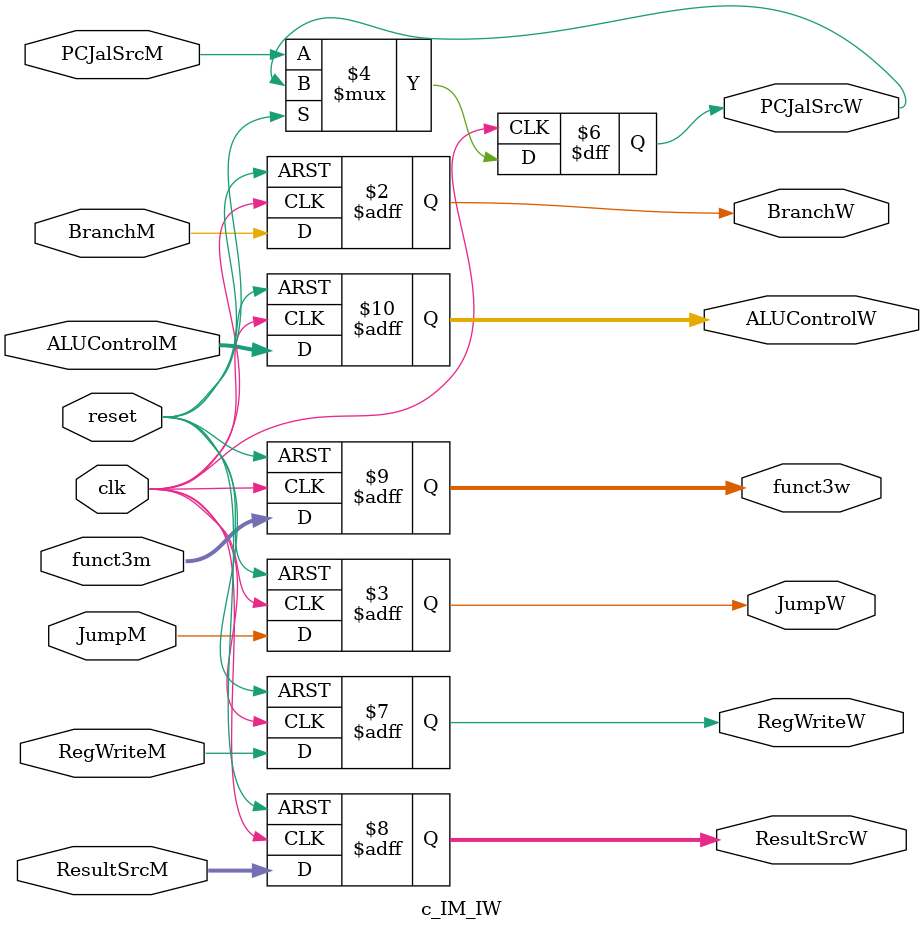
<source format=v>
/*
	Name: Control Unit Pipeline Register for Memory Access - WriteBack Stage
	
*/


module c_IM_IW (input   clk, reset, 
                input   RegWriteM, BranchM, JumpM,PCJalSrcM,
					 output reg BranchW, JumpW, PCJalSrcW,
                input   [1:0] ResultSrcM, 
                output reg RegWriteW, 
                output reg [1:0] ResultSrcW,
					 input [2:0] funct3m,
		          output reg [2:0] funct3w,
					 input [3:0] ALUControlM,
					 output reg [3:0] ALUControlW);

    always @( posedge clk, posedge reset ) begin
        if (reset) begin
            RegWriteW <= 0;
            ResultSrcW <= 0; 
				funct3w <=0;
				BranchW <=0;
				JumpW <=0;
				ALUControlW <=0;
        end

        else begin
            RegWriteW <= RegWriteM;
            ResultSrcW <= ResultSrcM; // lol this wasted 1 hour
				funct3w <= funct3m;
				BranchW <= BranchM;
				ALUControlW <= ALUControlM;
				JumpW <= JumpM;
				PCJalSrcW <= PCJalSrcM;
        end

    end

endmodule
</source>
